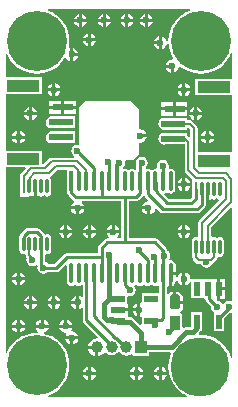
<source format=gtl>
%FSTAX23Y23*%
%MOIN*%
%SFA1B1*%

%IPPOS*%
%AMD24*
4,1,8,-0.017500,0.016200,-0.017500,-0.016200,-0.008700,-0.025000,0.008700,-0.025000,0.017500,-0.016200,0.017500,0.016200,0.008700,0.025000,-0.008700,0.025000,-0.017500,0.016200,0.0*
%
%ADD12C,0.010000*%
%ADD13C,0.007870*%
%ADD16R,0.010240X0.051180*%
%ADD17O,0.010240X0.051180*%
%ADD18R,0.110240X0.039370*%
%ADD19R,0.066930X0.023620*%
%ADD20R,0.019680X0.047240*%
%ADD21R,0.013780X0.066930*%
%ADD22O,0.013780X0.066930*%
%ADD23R,0.035000X0.050000*%
G04~CAMADD=24~4~0.0~0.0~500.0~350.0~0.0~87.5~0~0.0~0.0~0.0~0.0~0~0.0~0.0~0.0~0.0~0~0.0~0.0~0.0~90.0~350.0~500.0*
%ADD24D24*%
%ADD25R,0.047240X0.019680*%
%ADD40C,0.015750*%
%ADD41C,0.011810*%
%ADD42C,0.196850*%
%ADD43R,0.039370X0.039370*%
%ADD44C,0.039370*%
%ADD45C,0.200000*%
%ADD46C,0.023620*%
%LNusb2uart-1*%
%LPD*%
G36*
X00273Y01301D02*
X00286Y01296D01*
X00301Y01287*
X00313Y01276*
X00324Y01263*
X00333Y01249*
X0034Y01233*
X00344Y01216*
X00345Y012*
X00344Y01183*
X00343Y01181*
X00348Y01177*
X00348Y01177*
Y01156*
Y01135*
X00345Y01135*
X00337Y0114*
X00335Y01144*
X00329Y01144*
X00324Y01136*
X00313Y01123*
X00301Y01112*
X00286Y01103*
X0027Y01097*
X00254Y01093*
X00237Y01091*
X0022Y01093*
X00203Y01097*
X00188Y01103*
X00173Y01112*
X0016Y01123*
X00149Y01136*
X0014Y0115*
X00138Y01157*
X00133Y01156*
Y01079*
X00254*
Y01024*
X00133*
Y00835*
X00254*
Y00789*
X00259Y00789*
X00279Y00809*
X00283Y00811*
X00288Y00812*
X00361*
X00362Y00817*
X00358Y0082*
X00353Y00827*
X00352Y00835*
X00353Y00842*
X00358Y00849*
X00364Y00853*
X00372Y00855*
X00373Y00854*
X00377Y00858*
Y0098*
X00397Y01*
X00552*
X00577Y00975*
Y0091*
X00581Y00907*
X00582Y00907*
X0059Y00905*
X00598Y009*
X00602Y00893*
X00603Y0089*
X00582*
Y0088*
X00603*
X00602Y00876*
X00598Y00869*
X0059Y00864*
X00582Y00862*
X00581Y00862*
X00577Y00859*
Y00825*
X00557Y00805*
X00534*
X00531Y008*
X00532Y00795*
X0053Y00787*
X00526Y0078*
X00523Y00779*
X00525Y00774*
X0053Y00775*
X00535Y00774*
X0054Y0077*
X00545*
X0055Y00774*
X00555Y00775*
X00561Y00774*
X00563Y00772*
X00568Y00775*
Y00788*
X00568Y00789*
X00567Y00795*
X00568Y00802*
X00573Y00809*
X00579Y00813*
X00587Y00815*
X00595Y00813*
X00601Y00809*
X00605Y00802*
X00607Y00795*
X00605Y00787*
X00601Y0078*
X00598Y00778*
X00598Y00778*
X00599Y00777*
X00604Y00774*
X00606Y00775*
X00612Y00774*
X00616Y00771*
X00619Y00771*
X00623Y00771*
X00626Y00774*
X00632Y00775*
X00634Y00774*
X00635Y00775*
X00638Y00779*
X00637Y00785*
X00638Y00792*
X00643Y00799*
X00649Y00803*
X00657Y00805*
X00665Y00803*
X00671Y00799*
X00675Y00792*
X00677Y00785*
X00676Y00778*
X00676Y00778*
X00678Y00775*
X0068Y00774*
X00683Y00775*
X00689Y00774*
X00694Y0077*
X00697Y00765*
X00698Y0076*
Y00706*
X00697Y00701*
X00694Y00696*
X00689Y00693*
X00683Y00691*
X00677Y00693*
X00674Y00695*
X0067Y00696*
X00667Y00695*
X00664Y00693*
X00662Y00688*
X00677Y00673*
X00746*
X00754Y0068*
Y00706*
X00755Y00707*
Y00739*
X00733Y0076*
X00731Y00764*
X0073Y00769*
Y00856*
X00668*
X00662Y00854*
X00656Y00856*
X00655*
Y00856*
X00654Y00856*
X00648Y0086*
X00643Y00867*
X00642Y00875*
X00643Y00882*
X00648Y00889*
X00654Y00893*
X00655Y00893*
Y00895*
X00737*
Y00885*
X0074Y00883*
X00744Y00879*
X00749Y00881*
Y00906*
X00742Y00912*
X00737Y00912*
Y00905*
X00664*
X00662Y00904*
X0066Y00905*
X00655*
Y00906*
X00654Y00906*
X00648Y0091*
X00643Y00917*
X00642Y00925*
X00643Y00932*
X00648Y00939*
X00654Y00943*
X00655Y00943*
Y00944*
X0066*
X00662Y00945*
X00664Y00944*
X00737*
Y00937*
X00747*
X00752Y00936*
X00755Y00933*
X00769Y00919*
X00772Y00915*
X00773Y0091*
Y0083*
X00889*
Y01019*
X00765*
Y01074*
X00889*
Y01159*
X00884Y0116*
X0088Y0115*
X00871Y01136*
X0086Y01123*
X00847Y01112*
X00833Y01103*
X00817Y01097*
X008Y01093*
X00783Y01091*
X00767Y01093*
X0075Y01097*
X00734Y01103*
X0072Y01112*
X00715Y01116*
X0071Y01114*
X00708Y01108*
X00704Y01101*
X00696Y01096*
X00693Y01095*
Y01116*
X00688*
Y01121*
X00667*
X00667Y01125*
X00672Y01132*
X00679Y01137*
X00688Y01139*
X00689Y01138*
X00692Y01143*
X00687Y0115*
X00681Y01166*
X00677Y01183*
X00676Y01192*
X00675Y01193*
X00672Y01192*
X0067Y01191*
X00669Y01187*
X00664Y01179*
X00657Y01175*
X00653Y01174*
Y01195*
Y01216*
X00657Y01216*
X00664Y01211*
X00669Y01204*
X0067Y012*
X00675Y01199*
X00675Y01199*
X00675Y012*
X00675Y01201*
X00677Y01216*
X00681Y01233*
X00687Y01249*
X00696Y01263*
X00707Y01276*
X0072Y01287*
X00734Y01296*
X00748Y01301*
X00747Y01306*
X00274*
X00273Y01301*
G37*
G36*
X00133Y00163D02*
X00138Y00162D01*
X0014Y00169*
X00149Y00183*
X0016Y00196*
X00173Y00207*
X00188Y00216*
X00203Y00222*
X0022Y00226*
X00237Y00228*
X00241Y00227*
X00242Y00232*
X00239Y00235*
X00234Y00242*
X00234Y00245*
X00276*
X00275Y00242*
X00271Y00235*
X00263Y0023*
X00262Y0023*
X00262Y00224*
X0027Y00222*
X00286Y00216*
X00301Y00207*
X00313Y00196*
X00324Y00183*
X00333Y00169*
X0034Y00153*
X00344Y00136*
X00345Y0012*
X00344Y00103*
X0034Y00086*
X00333Y0007*
X00324Y00056*
X00313Y00043*
X00301Y00032*
X00286Y00023*
X00273Y00018*
X00274Y00013*
X00737*
X00738Y00018*
X00733Y00019*
X00719Y00028*
X00707Y00039*
X00696Y00052*
X00687Y00066*
X0068Y00082*
X00677Y00098*
X00675Y00115*
X00677Y00131*
X0068Y00147*
X00685Y00159*
X00682Y00164*
X00612*
Y00152*
X00557*
Y00155*
X00552Y00158*
X00549Y00155*
X00543Y00153*
X00535Y00152*
X00528Y00153*
X00521Y00155*
X00516Y0016*
X00513Y00164*
X00507Y00164*
X00507Y00164*
X00504Y00161*
X00499Y00157*
X00493Y00155*
X00486Y00154*
X00479Y00155*
X00473Y00157*
X00468Y00161*
X00467Y00162*
X00467Y00162*
X00461Y00162*
X00458Y00158*
X00452Y00154*
X00445Y00151*
X00442Y0015*
Y0018*
X00437*
Y00185*
X00408*
X00408Y00187*
X00411Y00194*
X00416Y00201*
X00422Y00205*
X00429Y00208*
X00437Y00209*
X0044Y00209*
X00442Y00214*
X00394Y00262*
X00391Y00265*
X00391Y0027*
Y00309*
X00386Y00311*
X00381Y00308*
X00378Y00308*
Y00329*
Y0035*
X00381Y0035*
X00386Y00347*
X00391Y00349*
Y00386*
X0039Y00387*
X00386Y00388*
X00382Y00385*
X00376Y00384*
X0037Y00385*
X00367Y00388*
X00363Y00388*
X0036Y00388*
X00356Y00385*
X00351Y00384*
X00345Y00385*
X0034Y00389*
X00337Y00394*
X00336Y00399*
Y00452*
X00335Y00453*
X00331Y00455*
X00311Y00435*
X00307Y00432*
X00302Y00431*
X00274*
X00273Y0043*
X00267Y00426*
X00259Y00424*
X00252Y00426*
X00245Y0043*
X00241Y00437*
X00239Y00445*
X0024Y0045*
X00239Y00451*
X00239Y00453*
X00234Y00455*
X0023Y00452*
X00222Y00451*
X00214Y00452*
X00208Y00456*
X00203Y00463*
X00202Y00471*
X00203Y00478*
X00203Y00478*
X00201Y00482*
X002Y00486*
X002Y00487*
X00195Y0049*
X00193Y00489*
X00187Y0049*
X00183Y00493*
X0018Y00498*
X00179Y00503*
Y00544*
X00179Y00544*
Y00549*
X0018Y00554*
X00183Y00559*
X00199Y00575*
X00204Y00577*
X00209Y00578*
X00236*
X00241Y00577*
X00245Y00575*
X00261Y00559*
X00264Y00555*
X00264Y00555*
X00266Y00556*
X00271Y00557*
X00276Y00556*
X00281Y00553*
X00284Y00549*
X00285Y00544*
Y00503*
X00284Y00498*
X00281Y00493*
X00276Y0049*
X00271Y00489*
X0027Y0049*
X00265Y00486*
Y00463*
X00267Y00463*
X00273Y00459*
X00274Y00458*
X00296*
X00328Y00489*
X00332Y00492*
X00337Y00493*
X0044*
Y00511*
X00441Y00516*
X00444Y0052*
X00463Y00539*
X00467Y00542*
X00472Y00543*
X00477*
X00478Y00548*
X00475Y0055*
X0047Y00557*
X0047Y0056*
X00512*
X00512Y00557*
X00507Y0055*
X00504Y00548*
X00505Y00543*
X00519*
Y00666*
X00388*
X00386Y00661*
X00389Y0066*
X00393Y00653*
X00394Y00649*
X00352*
X00352Y00653*
X00357Y0066*
X00361Y00662*
X00361Y00664*
X00361Y00668*
X00358Y0067*
X00343Y00685*
X0034Y00689*
X0034Y00692*
X00336*
Y00772*
X00307*
X00285Y00751*
X00284Y0075*
X00283Y00749*
X00282Y00747*
X00282Y00743*
X00284Y00742*
X00285Y00736*
Y00695*
X00284Y0069*
X00281Y00686*
X00276Y00683*
X00271Y00682*
X00266Y00683*
X00262Y00686*
X00261*
X00257Y00683*
X00252Y00682*
X00247Y00683*
X00243Y00685*
X00243Y00685*
X00238Y00681*
X00237Y00681*
Y00716*
X00227*
Y00681*
X00226Y00681*
X00221Y00685*
X0022Y00685*
X00217Y00683*
X00212Y00682*
X00211Y00683*
X00206Y00682*
X0018*
Y00749*
X00181Y00754*
X00181Y00755*
X00184Y00759*
X00201Y00775*
X00199Y0078*
X00133*
Y00163*
G37*
G36*
X00802Y00668D02*
X008Y00666D01*
Y00655*
X00799Y0065*
X00797Y00646*
X00781Y0063*
X00777Y00627*
X00772Y00626*
X00657*
X00652Y00627*
X00648Y0063*
X00636Y00642*
X00631Y0064*
X0063Y00635*
X00625Y00628*
X00618Y00623*
X00614Y00623*
Y00644*
X00609*
Y00649*
X00588*
X00589Y00653*
X00593Y0066*
X00601Y00665*
X00605Y00665*
X00607Y00671*
X00597Y00681*
X00596Y00683*
X00592Y00684*
X0059Y00684*
X0059Y00684*
X00576Y0067*
X00572Y00667*
X00567Y00666*
X00545*
Y00543*
X00632*
X00637Y00542*
X00641Y00539*
X00669Y00511*
X00671Y00507*
X00672Y00502*
Y00501*
X00676Y00499*
X0068Y00492*
X00682Y00485*
X0068Y00477*
X00679Y00474*
X00682Y00469*
X00683Y0047*
X0069Y00468*
X00695Y00465*
X00699Y00459*
X007Y00453*
Y00431*
X00683*
Y00426*
X00678*
Y00383*
X00677Y00383*
X00676Y00384*
X00671Y00381*
Y00359*
X00675Y00357*
X00683Y00365*
X00692*
Y0033*
X00697*
Y00325*
X00724*
Y00308*
X00714Y00297*
X00716Y00292*
X00722*
Y00246*
X00727Y00243*
X00729Y00244*
X00735Y00246*
X00751*
Y00262*
X00752Y00264*
Y00296*
X00787*
Y00233*
X00782*
X00782Y00233*
X00779Y00227*
X00777Y00225*
X00779Y00221*
X00782Y00221*
X00799Y0022*
X00815Y00216*
X0083Y0021*
X00845Y00201*
X00857Y0019*
X00868Y00177*
X00877Y00163*
X00883Y00147*
X00884Y00145*
X00889Y00146*
Y00294*
X00884Y00296*
X0088Y00295*
X00862Y00277*
Y00233*
X00827*
Y00296*
X00824Y003*
X00823Y003*
X00818Y00307*
X00817Y00315*
X00817Y00316*
X00802Y0033*
X008Y00335*
X00799Y0034*
X00795Y00343*
X00789*
X00784*
X00752*
Y00396*
X00747Y00398*
X00743Y00392*
X00736Y00387*
X00732Y00387*
Y00408*
Y00429*
X00736Y00428*
X00743Y00423*
X00748Y00416*
X00749Y0041*
X00751Y00407*
X00754Y00406*
X00784*
X00787*
X00792*
X00824*
Y00408*
X00839*
Y00375*
Y00341*
X00839Y0034*
X00837Y00336*
X00838Y00334*
X00845Y00333*
X00851Y00329*
X00854Y00324*
X0086*
X00863Y00329*
X00869Y00333*
X00877Y00335*
X00884Y00333*
X00889Y00335*
Y00643*
X00884Y00645*
X00819Y0058*
Y0055*
X00824Y00546*
X00827Y00547*
X00832Y00546*
X00836Y00543*
X00837*
X00841Y00546*
X00846Y00547*
X00851Y00546*
X00856Y00543*
X00859Y00539*
X0086Y00534*
Y00493*
X00859Y00488*
X00856Y00483*
X00851Y0048*
X00846Y00479*
X00844Y0048*
X0084Y00479*
X00838Y00476*
X00838Y00475*
X00835Y00471*
X00825Y00461*
X00822Y00458*
X00821Y00458*
X0082Y00457*
X00816Y0045*
X0081Y00446*
X00802Y00444*
X00794Y00446*
X00788Y0045*
X00783Y00457*
X00783Y00457*
X00777*
X00772Y00458*
X00768Y00461*
X00759Y0047*
X00756Y00474*
X00755Y00479*
Y00487*
X00755Y00488*
X00754Y00493*
Y00534*
X00755Y00539*
X00758Y00543*
X00762Y00546*
X00768Y00547*
X0077Y00546*
X00775Y0055*
Y00595*
X00776Y00599*
X00779Y00603*
X00843Y00668*
X00841Y00673*
X00841Y00673*
X00837Y00676*
X00836*
X00832Y00673*
X00827Y00672*
X00822Y00673*
X00818Y00675*
X00818Y00675*
X00813Y00671*
X00812Y00671*
Y00706*
X00802*
Y00668*
G37*
G36*
X00565Y00388D02*
X00564Y00388D01*
X00562Y00384*
X00563Y00381*
X00565Y00377*
X00567Y0037*
X00565Y00362*
X00561Y00355*
X00555Y00351*
X00547Y00349*
X00543Y0035*
X00538Y00346*
Y00324*
X0054*
Y0031*
X00507*
Y003*
X0054*
Y00285*
X00544Y00281*
X00546*
X00552Y0028*
X00558Y00276*
X00581Y00254*
X00586Y00256*
Y00279*
X00582Y00282*
Y00305*
Y00327*
X00586Y0033*
Y0036*
X00645*
Y00384*
X0064Y00387*
X00638Y00385*
X00632Y00384*
X00626Y00385*
X00623Y00388*
X00619Y00388*
X00616Y00388*
X00612Y00385*
X00606Y00384*
X00601Y00385*
X00597Y00388*
X00594Y00388*
X0059Y00388*
X00587Y00385*
X00581Y00384*
X00575Y00385*
X00571Y00388*
X00568Y00388*
X00565Y00388*
G37*
%LNusb2uart-2*%
%LPC*%
G36*
X00377Y01291D02*
Y01275D01*
X00361*
X00361Y01278*
X00366Y01285*
X00373Y0129*
X00377Y01291*
G37*
G36*
X00387D02*
X0039Y0129D01*
X00398Y01285*
X00402Y01278*
X00403Y01275*
X00387*
Y01291*
G37*
G36*
X00457D02*
Y01275D01*
X00441*
X00441Y01278*
X00446Y01285*
X00453Y0129*
X00457Y01291*
G37*
G36*
X00467D02*
X0047Y0129D01*
X00478Y01285*
X00482Y01278*
X00483Y01275*
X00467*
Y01291*
G37*
G36*
X00532D02*
Y01275D01*
X00516*
X00516Y01278*
X00521Y01285*
X00528Y0129*
X00532Y01291*
G37*
G36*
X00542D02*
X00545Y0129D01*
X00553Y01285*
X00557Y01278*
X00558Y01275*
X00542*
Y01291*
G37*
G36*
X00597D02*
Y01275D01*
X00581*
X00581Y01278*
X00586Y01285*
X00593Y0129*
X00597Y01291*
G37*
G36*
X00607D02*
X0061Y0129D01*
X00618Y01285*
X00622Y01278*
X00623Y01275*
X00607*
Y01291*
G37*
G36*
X00361Y01265D02*
X00377D01*
Y01248*
X00373Y01249*
X00366Y01254*
X00361Y01261*
X00361Y01265*
G37*
G36*
X00387D02*
X00403D01*
X00402Y01261*
X00398Y01254*
X0039Y01249*
X00387Y01248*
Y01265*
G37*
G36*
X00441D02*
X00457D01*
Y01248*
X00453Y01249*
X00446Y01254*
X00441Y01261*
X00441Y01265*
G37*
G36*
X00467D02*
X00483D01*
X00482Y01261*
X00478Y01254*
X0047Y01249*
X00467Y01248*
Y01265*
G37*
G36*
X00516D02*
X00532D01*
Y01248*
X00528Y01249*
X00521Y01254*
X00516Y01261*
X00516Y01265*
G37*
G36*
X00542D02*
X00558D01*
X00557Y01261*
X00553Y01254*
X00545Y01249*
X00542Y01248*
Y01265*
G37*
G36*
X00581D02*
X00597D01*
Y01248*
X00593Y01249*
X00586Y01254*
X00581Y01261*
X00581Y01265*
G37*
G36*
X00607D02*
X00623D01*
X00622Y01261*
X00618Y01254*
X0061Y01249*
X00607Y01248*
Y01265*
G37*
G36*
X00407Y01226D02*
Y0121D01*
X00391*
X00391Y01213*
X00396Y0122*
X00403Y01225*
X00407Y01226*
G37*
G36*
X00417D02*
X0042Y01225D01*
X00428Y0122*
X00432Y01213*
X00433Y0121*
X00417*
Y01226*
G37*
G36*
X00643Y01216D02*
Y012D01*
X00627*
X00628Y01204*
X00633Y01211*
X0064Y01216*
X00643Y01216*
G37*
G36*
X00391Y012D02*
X00407D01*
Y01183*
X00403Y01184*
X00396Y01189*
X00391Y01196*
X00391Y012*
G37*
G36*
X00417D02*
X00433D01*
X00432Y01196*
X00428Y01189*
X0042Y01184*
X00417Y01183*
Y012*
G37*
G36*
X00627Y0119D02*
X00643D01*
Y01174*
X0064Y01175*
X00633Y01179*
X00628Y01187*
X00627Y0119*
G37*
G36*
X00358Y01177D02*
X00362Y01176D01*
X00369Y01172*
X00374Y01164*
X00374Y01161*
X00358*
Y01177*
G37*
G36*
Y01151D02*
X00374D01*
X00374Y01147*
X00369Y0114*
X00362Y01135*
X00358Y01135*
Y01151*
G37*
G36*
X00667Y01111D02*
X00683D01*
Y01095*
X00679Y01096*
X00672Y01101*
X00667Y01108*
X00667Y01111*
G37*
G36*
X00722Y01059D02*
Y01043D01*
X00706*
X00707Y01046*
X00711Y01053*
X00719Y01058*
X00722Y01059*
G37*
G36*
X00732D02*
X00736Y01058D01*
X00743Y01053*
X00748Y01046*
X00748Y01043*
X00732*
Y01059*
G37*
G36*
X00289Y01059D02*
Y01043D01*
X00273*
X00274Y01046*
X00278Y01053*
X00286Y01058*
X00289Y01059*
G37*
G36*
X00299D02*
X00303Y01058D01*
X0031Y01053*
X00315Y01046*
X00315Y01043*
X00299*
Y01059*
G37*
G36*
X00706Y01033D02*
X00722D01*
Y01016*
X00719Y01017*
X00711Y01022*
X00707Y01029*
X00706Y01033*
G37*
G36*
X00732D02*
X00748D01*
X00748Y01029*
X00743Y01022*
X00736Y01017*
X00732Y01016*
Y01033*
G37*
G36*
X00273D02*
X00289D01*
Y01016*
X00286Y01017*
X00278Y01022*
X00274Y01029*
X00273Y01033*
G37*
G36*
X00299D02*
X00315D01*
X00315Y01029*
X0031Y01022*
X00303Y01017*
X00299Y01016*
Y01033*
G37*
G36*
X00279Y01001D02*
X00318D01*
Y00984*
X00279*
Y01001*
G37*
G36*
X00328D02*
X00366D01*
Y00984*
X00328*
Y01001*
G37*
G36*
X00652Y00996D02*
X00691D01*
Y00979*
X00652*
Y00996*
G37*
G36*
X00701D02*
X00739D01*
Y00979*
X00701*
Y00996*
G37*
G36*
X0021Y0098D02*
Y00964D01*
X00194*
X00195Y00967*
X002Y00975*
X00207Y0098*
X0021Y0098*
G37*
G36*
X0022D02*
X00224Y0098D01*
X00231Y00975*
X00236Y00967*
X00237Y00964*
X0022*
Y0098*
G37*
G36*
X00762D02*
Y00964D01*
X00745*
X00746Y00967*
X00751Y00975*
X00758Y0098*
X00762Y0098*
G37*
G36*
X00772D02*
X00775Y0098D01*
X00782Y00975*
X00787Y00967*
X00788Y00964*
X00772*
Y0098*
G37*
G36*
X00279Y00974D02*
X00318D01*
Y00957*
X00279*
Y00974*
G37*
G36*
X00328D02*
X00366D01*
Y00957*
X00328*
Y00974*
G37*
G36*
X00652Y00969D02*
X00691D01*
Y00952*
X00652*
Y00969*
G37*
G36*
X00701D02*
X00739D01*
Y00952*
X00701*
Y00969*
G37*
G36*
X00194Y00954D02*
X0021D01*
Y00938*
X00207Y00938*
X002Y00943*
X00195Y0095*
X00194Y00954*
G37*
G36*
X0022D02*
X00237D01*
X00236Y0095*
X00231Y00943*
X00224Y00938*
X0022Y00938*
Y00954*
G37*
G36*
X00745D02*
X00762D01*
Y00938*
X00758Y00938*
X00751Y00943*
X00746Y0095*
X00745Y00954*
G37*
G36*
X00772D02*
X00788D01*
X00787Y0095*
X00782Y00943*
X00775Y00938*
X00772Y00938*
Y00954*
G37*
G36*
X00287Y0095D02*
X00289Y00949D01*
X00364*
Y0091*
X00289*
X00287Y00909*
X00285Y0091*
X00282*
Y00911*
X00279Y00911*
X00273Y00915*
X00268Y00922*
X00267Y0093*
X00268Y00937*
X00273Y00944*
X00279Y00948*
X00282Y00949*
Y00949*
X00285*
X00287Y0095*
G37*
G36*
X00171Y00901D02*
Y00885D01*
X00155*
X00155Y00889*
X0016Y00896*
X00168Y00901*
X00171Y00901*
G37*
G36*
X00181D02*
X00185Y00901D01*
X00192Y00896*
X00197Y00889*
X00197Y00885*
X00181*
Y00901*
G37*
G36*
X00801D02*
Y00885D01*
X00785*
X00785Y00889*
X0079Y00896*
X00797Y00901*
X00801Y00901*
G37*
G36*
X00811D02*
X00814Y00901D01*
X00822Y00896*
X00827Y00889*
X00827Y00885*
X00811*
Y00901*
G37*
G36*
X00282Y009D02*
X00364D01*
Y00861*
X00293*
X00287Y00859*
X00279Y00861*
X00273Y00865*
X00268Y00872*
X00267Y0088*
X00268Y00887*
X00273Y00894*
X00279Y00898*
X00282Y00899*
Y009*
G37*
G36*
X00155Y00875D02*
X00171D01*
Y00859*
X00168Y0086*
X0016Y00864*
X00155Y00872*
X00155Y00875*
G37*
G36*
X00181D02*
X00197D01*
X00197Y00872*
X00192Y00864*
X00185Y0086*
X00181Y00859*
Y00875*
G37*
G36*
X00785D02*
X00801D01*
Y00859*
X00797Y0086*
X0079Y00864*
X00785Y00872*
X00785Y00875*
G37*
G36*
X00811D02*
X00827D01*
X00827Y00872*
X00822Y00864*
X00814Y0086*
X00811Y00859*
Y00875*
G37*
G36*
X00722Y00744D02*
Y00728D01*
X00706*
X00707Y00731*
X00711Y00738*
X00719Y00743*
X00722Y00744*
G37*
G36*
X00732D02*
X00736Y00743D01*
X00743Y00738*
X00748Y00731*
X00748Y00728*
X00732*
Y00744*
G37*
G36*
X00706Y00718D02*
X00722D01*
Y00701*
X00719Y00702*
X00711Y00707*
X00707Y00714*
X00706Y00718*
G37*
G36*
X00732D02*
X00748D01*
X00748Y00714*
X00743Y00707*
X00736Y00702*
X00732Y00701*
Y00718*
G37*
G36*
X00352Y00639D02*
X00368D01*
Y00623*
X00364Y00623*
X00357Y00628*
X00352Y00635*
X00352Y00639*
G37*
G36*
X00378D02*
X00394D01*
X00393Y00635*
X00389Y00628*
X00381Y00623*
X00378Y00623*
Y00639*
G37*
G36*
X00329Y00586D02*
Y0057D01*
X00312*
X00313Y00574*
X00318Y00581*
X00325Y00586*
X00329Y00586*
G37*
G36*
X00339D02*
X00342Y00586D01*
X00349Y00581*
X00354Y00574*
X00355Y0057*
X00339*
Y00586*
G37*
G36*
X00407D02*
Y0057D01*
X00391*
X00392Y00574*
X00397Y00581*
X00404Y00586*
X00407Y00586*
G37*
G36*
X00417D02*
X00421Y00586D01*
X00428Y00581*
X00433Y00574*
X00434Y0057*
X00417*
Y00586*
G37*
G36*
X00486D02*
Y0057D01*
X0047*
X0047Y00574*
X00475Y00581*
X00482Y00586*
X00486Y00586*
G37*
G36*
X00496D02*
X005Y00586D01*
X00507Y00581*
X00512Y00574*
X00512Y0057*
X00496*
Y00586*
G37*
G36*
X00312Y0056D02*
X00329D01*
Y00544*
X00325Y00545*
X00318Y0055*
X00313Y00557*
X00312Y0056*
G37*
G36*
X00339D02*
X00355D01*
X00354Y00557*
X00349Y0055*
X00342Y00545*
X00339Y00544*
Y0056*
G37*
G36*
X00391D02*
X00407D01*
Y00544*
X00404Y00545*
X00397Y0055*
X00392Y00557*
X00391Y0056*
G37*
G36*
X00417D02*
X00434D01*
X00433Y00557*
X00428Y0055*
X00421Y00545*
X00417Y00544*
Y0056*
G37*
G36*
X00171Y00429D02*
Y00413D01*
X00155*
X00155Y00416*
X0016Y00423*
X00168Y00428*
X00171Y00429*
G37*
G36*
X00181D02*
X00185Y00428D01*
X00192Y00423*
X00197Y00416*
X00197Y00413*
X00181*
Y00429*
G37*
G36*
X00155Y00403D02*
X00171D01*
Y00387*
X00168Y00387*
X0016Y00392*
X00155Y00399*
X00155Y00403*
G37*
G36*
X00181D02*
X00197D01*
X00197Y00399*
X00192Y00392*
X00185Y00387*
X00181Y00387*
Y00403*
G37*
G36*
X0021Y0035D02*
Y00334D01*
X00194*
X00195Y00338*
X002Y00345*
X00207Y0035*
X0021Y0035*
G37*
G36*
X0022D02*
X00224Y0035D01*
X00231Y00345*
X00236Y00338*
X00237Y00334*
X0022*
Y0035*
G37*
G36*
X00289D02*
Y00334D01*
X00273*
X00274Y00338*
X00278Y00345*
X00286Y0035*
X00289Y0035*
G37*
G36*
X00299D02*
X00303Y0035D01*
X0031Y00345*
X00315Y00338*
X00315Y00334*
X00299*
Y0035*
G37*
G36*
X00368D02*
Y00334D01*
X00352*
X00352Y00338*
X00357Y00345*
X00364Y0035*
X00368Y0035*
G37*
G36*
X00194Y00324D02*
X0021D01*
Y00308*
X00207Y00308*
X002Y00313*
X00195Y00321*
X00194Y00324*
G37*
G36*
X0022D02*
X00237D01*
X00236Y00321*
X00231Y00313*
X00224Y00308*
X0022Y00308*
Y00324*
G37*
G36*
X00273D02*
X00289D01*
Y00308*
X00286Y00308*
X00278Y00313*
X00274Y00321*
X00273Y00324*
G37*
G36*
X00299D02*
X00315D01*
X00315Y00321*
X0031Y00313*
X00303Y00308*
X00299Y00308*
Y00324*
G37*
G36*
X00352D02*
X00368D01*
Y00308*
X00364Y00308*
X00357Y00313*
X00352Y00321*
X00352Y00324*
G37*
G36*
X00171Y00272D02*
Y00255D01*
X00155*
X00155Y00259*
X0016Y00266*
X00168Y00271*
X00171Y00272*
G37*
G36*
X00181D02*
X00185Y00271D01*
X00192Y00266*
X00197Y00259*
X00197Y00255*
X00181*
Y00272*
G37*
G36*
X0025D02*
Y00255D01*
X00234*
X00234Y00259*
X00239Y00266*
X00246Y00271*
X0025Y00272*
G37*
G36*
X0026D02*
X00263Y00271D01*
X00271Y00266*
X00275Y00259*
X00276Y00255*
X0026*
Y00272*
G37*
G36*
X00329D02*
Y00255D01*
X00312*
X00313Y00259*
X00318Y00266*
X00325Y00271*
X00329Y00272*
G37*
G36*
X00339D02*
X00342Y00271D01*
X00349Y00266*
X00354Y00259*
X00355Y00255*
X00339*
Y00272*
G37*
G36*
X00155Y00245D02*
X00171D01*
Y00229*
X00168Y0023*
X0016Y00235*
X00155Y00242*
X00155Y00245*
G37*
G36*
X00181D02*
X00197D01*
X00197Y00242*
X00192Y00235*
X00185Y0023*
X00181Y00229*
Y00245*
G37*
G36*
X00312D02*
X00355D01*
X00354Y00242*
X00351Y00238*
X00352Y00236*
X00354Y00233*
X00362Y00231*
X00369Y00227*
X00374Y00219*
X00374Y00216*
X00332*
X00333Y00219*
X00335Y00223*
X00335Y00225*
X00333Y00228*
X00325Y0023*
X00318Y00235*
X00313Y00242*
X00312Y00245*
G37*
G36*
X00332Y00206D02*
X00348D01*
Y0019*
X00345Y0019*
X00337Y00195*
X00333Y00202*
X00332Y00206*
G37*
G36*
X00358D02*
X00374D01*
X00374Y00202*
X00369Y00195*
X00362Y0019*
X00358Y0019*
Y00206*
G37*
G36*
X00408Y00175D02*
X00432D01*
Y0015*
X00429Y00151*
X00422Y00154*
X00416Y00158*
X00411Y00165*
X00408Y00172*
X00408Y00175*
G37*
G36*
X00407Y00114D02*
Y00098D01*
X00391*
X00392Y00101*
X00397Y00109*
X00404Y00113*
X00407Y00114*
G37*
G36*
X00417D02*
X00421Y00113D01*
X00428Y00109*
X00433Y00101*
X00434Y00098*
X00417*
Y00114*
G37*
G36*
X00565D02*
Y00098D01*
X00548*
X00549Y00101*
X00554Y00109*
X00561Y00113*
X00565Y00114*
G37*
G36*
X00575D02*
X00578Y00113D01*
X00585Y00109*
X0059Y00101*
X00591Y00098*
X00575*
Y00114*
G37*
G36*
X00643D02*
Y00098D01*
X00627*
X00628Y00101*
X00633Y00109*
X0064Y00113*
X00643Y00114*
G37*
G36*
X00653D02*
X00657Y00113D01*
X00664Y00109*
X00669Y00101*
X0067Y00098*
X00653*
Y00114*
G37*
G36*
X00391Y00088D02*
X00407D01*
Y00072*
X00404Y00072*
X00397Y00077*
X00392Y00084*
X00391Y00088*
G37*
G36*
X00417D02*
X00434D01*
X00433Y00084*
X00428Y00077*
X00421Y00072*
X00417Y00072*
Y00088*
G37*
G36*
X00548D02*
X00565D01*
Y00072*
X00561Y00072*
X00554Y00077*
X00549Y00084*
X00548Y00088*
G37*
G36*
X00575D02*
X00591D01*
X0059Y00084*
X00585Y00077*
X00578Y00072*
X00575Y00072*
Y00088*
G37*
G36*
X00627D02*
X00643D01*
Y00072*
X0064Y00072*
X00633Y00077*
X00628Y00084*
X00627Y00088*
G37*
G36*
X00653D02*
X0067D01*
X00669Y00084*
X00664Y00077*
X00657Y00072*
X00653Y00072*
Y00088*
G37*
G36*
X00588Y00639D02*
X00604D01*
Y00623*
X00601Y00623*
X00593Y00628*
X00589Y00635*
X00588Y00639*
G37*
G36*
X00722Y00586D02*
Y0057D01*
X00706*
X00707Y00574*
X00711Y00581*
X00719Y00586*
X00722Y00586*
G37*
G36*
X00732D02*
X00736Y00586D01*
X00743Y00581*
X00748Y00574*
X00748Y0057*
X00732*
Y00586*
G37*
G36*
X00706Y0056D02*
X00722D01*
Y00544*
X00719Y00545*
X00711Y0055*
X00707Y00557*
X00706Y0056*
G37*
G36*
X00732D02*
X00748D01*
X00748Y00557*
X00743Y0055*
X00736Y00545*
X00732Y00544*
Y0056*
G37*
G36*
X00722Y00429D02*
Y00408D01*
Y00387*
X00719Y00387*
X00711Y00392*
X00707Y00399*
X00705Y00405*
X007Y00405*
Y00399*
X00699Y00393*
X00695Y00387*
X0069Y00383*
X00688Y00383*
Y00421*
X007*
Y00411*
X00705Y0041*
X00707Y00416*
X00711Y00423*
X00719Y00428*
X00722Y00429*
G37*
G36*
X00849Y00408D02*
X00864D01*
Y0038*
X00849*
Y00408*
G37*
G36*
Y0037D02*
X00864D01*
Y00341*
X00849*
Y0037*
G37*
G36*
X00702Y00365D02*
X00711D01*
X00724Y00351*
Y00335*
X00702*
Y00365*
G37*
G36*
X00572Y00326D02*
Y0031D01*
X00556*
X00556Y00313*
X00561Y0032*
X00568Y00325*
X00572Y00326*
G37*
G36*
X00556Y003D02*
X00572D01*
Y00283*
X00568Y00284*
X00561Y00289*
X00556Y00296*
X00556Y003*
G37*
%LNusb2uart-3*%
%LPD*%
G54D12*
X00844Y00264D02*
Y00278D01*
X00877Y00311D02*
X00844Y00278D01*
X00877Y00311D02*
Y00315D01*
X00812Y0034D02*
Y0037D01*
X00837Y00315D02*
X00812Y0034D01*
Y0037D02*
X00807Y00375D01*
X00697Y00252D02*
Y0026D01*
Y00252D02*
X00677Y00232D01*
Y0023D02*
Y00232D01*
X00532Y0068D02*
X00453D01*
X00567D02*
X00532D01*
X00527Y0053D02*
X00472D01*
X00632D02*
X00527D01*
X00532Y00535D02*
Y0068D01*
Y00535D02*
X00527Y0053D01*
X00453Y0048D02*
X00337D01*
X00302Y00445D02*
X00259D01*
X00337Y0048D02*
X00302Y00445D01*
X00259D02*
Y00448D01*
X00252Y00456*
Y00523*
X00453Y0048D02*
Y00511D01*
Y00426D02*
Y0048D01*
X00658Y00426D02*
Y0048D01*
Y00276D02*
Y00426D01*
X00472Y0053D02*
X00453Y00511D01*
X00659Y00502D02*
X00632Y0053D01*
X00659Y00487D02*
Y00502D01*
X00662Y00485D02*
X00659Y00487D01*
X00606Y0047D02*
X00577Y005D01*
Y00505*
X00631Y00427D02*
Y00478D01*
X00629Y0048*
X00606Y00426D02*
Y0047D01*
X00632Y00426D02*
X00631Y00427D01*
X0053Y00425D02*
X0053Y00426D01*
X0053Y00386D02*
Y00425D01*
X00547Y0037D02*
X0053Y00386D01*
X0062Y0027D02*
X00617Y00267D01*
X00652Y0027D02*
X0062D01*
X00658Y00276D02*
X00652Y0027D01*
X00662Y00485D02*
X00658Y0048D01*
X00402Y0027D02*
Y00426D01*
X00486Y0018D02*
Y00185D01*
X00402Y0027*
X00209Y00565D02*
X00193Y00549D01*
Y00523D02*
Y00549D01*
X00236Y00565D02*
X00209D01*
X00252Y00523D02*
Y0055D01*
X00236Y00565*
X00252Y00523D02*
X00252Y00523D01*
X00193D02*
X00193Y00523D01*
X00752Y0066D02*
X00672D01*
X00633Y00732D02*
X00632Y00733D01*
X00672Y0066D02*
X00633Y00699D01*
Y00732*
X00453Y0068D02*
X00367D01*
X00427Y00776D02*
X00376Y00827D01*
X00787Y00655D02*
Y00706D01*
X00772Y0064D02*
X00657D01*
X00787Y00655D02*
X00772Y0064D01*
X00427Y00734D02*
Y00776D01*
X00427Y00733D02*
X00427Y00734D01*
X00352Y00731D02*
X00351Y00733D01*
X00367Y0068D02*
X00352Y00694D01*
Y00731*
X00658Y00733D02*
Y00784D01*
X00657Y00785*
X00581Y00733D02*
Y00788D01*
X00587Y00795D02*
X00581Y00788D01*
Y00693D02*
Y00733D01*
Y00693D02*
X00567Y0068D01*
X00453D02*
Y00733D01*
Y0068D02*
D01*
Y00733D02*
D01*
X00767Y00675D02*
X00752Y0066D01*
X00767Y00675D02*
Y00706D01*
X00768Y00706D02*
X00767Y00706D01*
X00606Y0069D02*
Y00733D01*
X00657Y0064D02*
X00606Y0069D01*
X00427Y00284D02*
Y00426D01*
X00499Y00212D02*
X00427Y00284D01*
X005Y00212D02*
X00499D01*
X00535Y0018D02*
X00532D01*
X005Y00212*
X00479Y00793D02*
X00475Y00796D01*
X00479Y00733D02*
Y00793D01*
G54D13*
X00222Y00471D02*
Y00477D01*
X00212Y00486*
Y00523*
X00371Y008D02*
X00288D01*
X00263Y00776D02*
X00218D01*
X00288Y008D02*
X00263Y00776D01*
X00362Y00785D02*
X00302D01*
X00277Y0076*
X00227*
X00401Y0077D02*
X00371Y008D01*
X00218Y00776D02*
X00193Y0075D01*
X00732Y00875D02*
X00697D01*
X00696Y00875*
X00691Y00871*
X00858Y00744D02*
X00767D01*
X00742Y00769D02*
Y00865D01*
X00732Y00875*
X00767Y00744D02*
X00742Y00769D01*
X00761Y00776D02*
Y0091D01*
X00867Y0076D02*
X00778D01*
X00761Y00776*
X00747Y00925D02*
X00696D01*
X00761Y0091D02*
X00747Y00925D01*
X00867Y00735D02*
X00858Y00744D01*
X00867Y00675D02*
Y00735D01*
X00885Y00663D02*
Y00741D01*
X00867Y0076*
Y00675D02*
X00787Y00595D01*
Y00513D02*
Y00595D01*
X00885Y00663D02*
X00807Y00585D01*
Y00513D02*
Y00585D01*
X00768Y00479D02*
Y00513D01*
X00777Y0047D02*
X00768Y00479D01*
X00817Y0047D02*
X00777D01*
X00827Y00479D02*
Y00513D01*
Y00479D02*
X00817Y0047D01*
X00213Y00716D02*
X00212Y00716D01*
X00213Y00716D02*
Y00745D01*
X00227Y0076D02*
X00213Y00745D01*
X00375Y00771D02*
X00362Y00785D01*
X00375Y00734D02*
Y00771D01*
X00376Y00733D02*
X00375Y00734D01*
X00402Y00733D02*
X00401Y00733D01*
Y0077*
X00193Y00716D02*
Y0075D01*
G54D16*
X00193Y00716D03*
X00768Y00706D03*
G54D17*
X00212Y00716D03*
X00232D03*
X00252D03*
X00271D03*
Y00523D03*
X00252D03*
X00232D03*
X00212D03*
X00193D03*
X00787Y00706D03*
X00807D03*
X00827D03*
X00846D03*
Y00513D03*
X00827D03*
X00807D03*
X00787D03*
X00768D03*
G54D18*
X00191Y01052D03*
Y00807D03*
X00828Y00802D03*
Y01047D03*
G54D19*
X00323Y0093D03*
Y00979D03*
Y0088D03*
X00696Y00925D03*
Y00875D03*
Y00974D03*
G54D20*
X00844Y00264D03*
X0077D03*
X00807Y00375D03*
X0077D03*
X00844D03*
G54D21*
X00351Y00733D03*
G54D22*
X00376Y00733D03*
X00402D03*
X00427D03*
X00453D03*
X00479D03*
X00504D03*
X0053D03*
X00555D03*
X00581D03*
X00606D03*
X00632D03*
X00658D03*
X00683D03*
Y00426D03*
X00658D03*
X00632D03*
X00606D03*
X00581D03*
X00555D03*
X0053D03*
X00504D03*
X00479D03*
X00453D03*
X00427D03*
X00402D03*
X00376D03*
X00351D03*
G54D23*
X00697Y0026D03*
G54D24*
X00697Y0033D03*
G54D25*
X00507Y00342D03*
Y00267D03*
Y00305D03*
X00617Y00267D03*
Y00342D03*
G54D40*
X00479Y00341D02*
Y00426D01*
X00505Y00269D02*
X00487D01*
X00594Y0018D02*
X00585Y0019D01*
X00479Y00426D02*
Y00488D01*
X00735Y0023D02*
X00686Y0018D01*
X00768Y00239D02*
Y00262D01*
X0077Y00264D02*
X00768Y00262D01*
Y00239D02*
X00758Y0023D01*
X00735*
X00585Y0019D02*
Y00227D01*
X00686Y0018D02*
X00594D01*
X00509Y00265D02*
X00507Y00267D01*
X00546Y00265D02*
X00509D01*
X00585Y00227D02*
X00546Y00265D01*
X00507Y00267D02*
X00505Y00269D01*
X00472D02*
X00462Y0028D01*
X00479Y00341D02*
X00462Y00325D01*
Y0028D02*
Y00325D01*
G54D41*
X00512Y00795D02*
X00504Y00786D01*
Y00733D02*
Y00786D01*
X00504Y00733D02*
X00504Y00733D01*
G54D42*
X00782Y00115D03*
G54D43*
X00585Y0018D03*
G54D44*
X00535Y0018D03*
X00486D03*
X00437D03*
G54D45*
X00237Y012D03*
X00783D03*
X00237Y0012D03*
G54D46*
X00412Y00565D03*
X00582Y00885D03*
X00382Y0127D03*
X00412Y01205D03*
X00462Y0127D03*
X00537D03*
X00602D03*
X00176Y0088D03*
Y00408D03*
Y0025D03*
X00215Y00959D03*
Y00329D03*
X00255Y0025D03*
X00334Y00565D03*
X00294Y00329D03*
X00334Y0025D03*
X00373Y00644D03*
Y00329D03*
X00412Y00093D03*
X00491Y00565D03*
X0057Y00093D03*
X00648Y01195D03*
X00609Y00644D03*
X00648Y00093D03*
X00688Y01116D03*
X00727Y01038D03*
Y00723D03*
Y00565D03*
Y00408D03*
X00767Y00959D03*
X00806Y0088D03*
X00577Y00305D03*
X00294Y01038D03*
X00353Y01156D03*
Y00211D03*
X00287Y0088D03*
X00802Y00465D03*
X00877Y00315D03*
X00837D03*
X00677Y0023D03*
X00577Y00505D03*
X00629Y0048D03*
X00547Y0037D03*
X00632Y00255D03*
X00662Y00485D03*
X00487Y0027D03*
X00479Y00488D03*
X00287Y0093D03*
X00222Y00471D03*
X00259Y00445D03*
X00372Y00835D03*
X00662Y00925D03*
Y00875D03*
X00657Y00785D03*
X00587Y00795D03*
X00475Y00796D03*
X00512Y00795D03*
M02*
</source>
